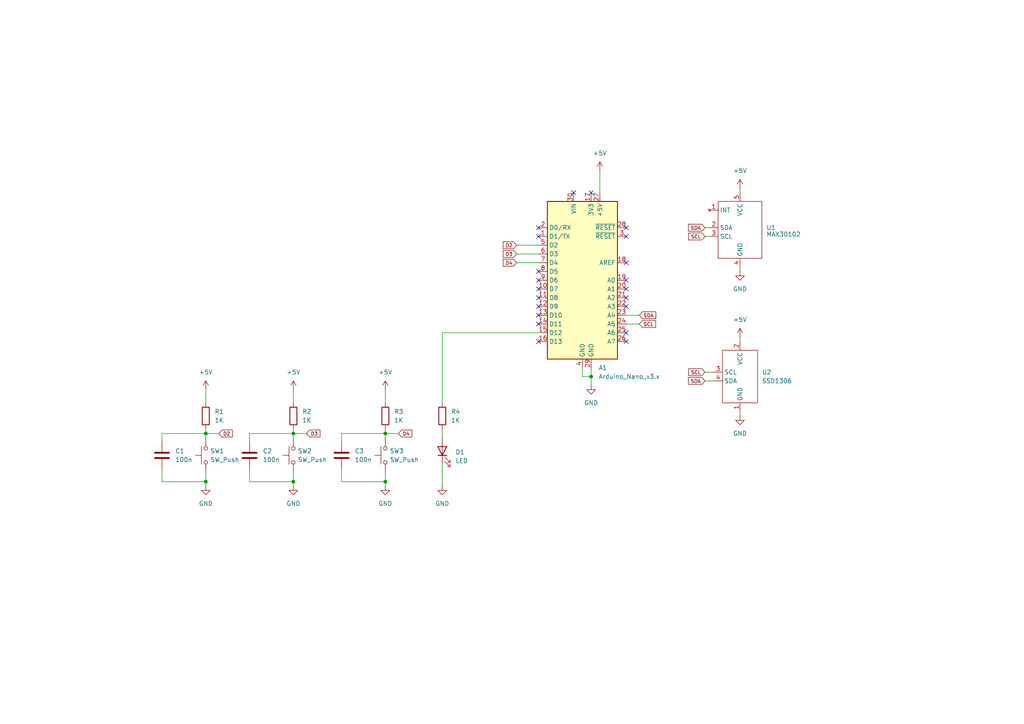
<source format=kicad_sch>
(kicad_sch
	(version 20250114)
	(generator "eeschema")
	(generator_version "9.0")
	(uuid "184d48c8-bdab-41e1-81fd-8b4320b93a81")
	(paper "A4")
	(title_block
		(title "Arduino Nano")
	)
	(lib_symbols
		(symbol "Device:C"
			(pin_numbers
				(hide yes)
			)
			(pin_names
				(offset 0.254)
			)
			(exclude_from_sim no)
			(in_bom yes)
			(on_board yes)
			(property "Reference" "C"
				(at 0.635 2.54 0)
				(effects
					(font
						(size 1.27 1.27)
					)
					(justify left)
				)
			)
			(property "Value" "C"
				(at 0.635 -2.54 0)
				(effects
					(font
						(size 1.27 1.27)
					)
					(justify left)
				)
			)
			(property "Footprint" ""
				(at 0.9652 -3.81 0)
				(effects
					(font
						(size 1.27 1.27)
					)
					(hide yes)
				)
			)
			(property "Datasheet" "~"
				(at 0 0 0)
				(effects
					(font
						(size 1.27 1.27)
					)
					(hide yes)
				)
			)
			(property "Description" "Unpolarized capacitor"
				(at 0 0 0)
				(effects
					(font
						(size 1.27 1.27)
					)
					(hide yes)
				)
			)
			(property "ki_keywords" "cap capacitor"
				(at 0 0 0)
				(effects
					(font
						(size 1.27 1.27)
					)
					(hide yes)
				)
			)
			(property "ki_fp_filters" "C_*"
				(at 0 0 0)
				(effects
					(font
						(size 1.27 1.27)
					)
					(hide yes)
				)
			)
			(symbol "C_0_1"
				(polyline
					(pts
						(xy -2.032 0.762) (xy 2.032 0.762)
					)
					(stroke
						(width 0.508)
						(type default)
					)
					(fill
						(type none)
					)
				)
				(polyline
					(pts
						(xy -2.032 -0.762) (xy 2.032 -0.762)
					)
					(stroke
						(width 0.508)
						(type default)
					)
					(fill
						(type none)
					)
				)
			)
			(symbol "C_1_1"
				(pin passive line
					(at 0 3.81 270)
					(length 2.794)
					(name "~"
						(effects
							(font
								(size 1.27 1.27)
							)
						)
					)
					(number "1"
						(effects
							(font
								(size 1.27 1.27)
							)
						)
					)
				)
				(pin passive line
					(at 0 -3.81 90)
					(length 2.794)
					(name "~"
						(effects
							(font
								(size 1.27 1.27)
							)
						)
					)
					(number "2"
						(effects
							(font
								(size 1.27 1.27)
							)
						)
					)
				)
			)
			(embedded_fonts no)
		)
		(symbol "Device:LED"
			(pin_numbers
				(hide yes)
			)
			(pin_names
				(offset 1.016)
				(hide yes)
			)
			(exclude_from_sim no)
			(in_bom yes)
			(on_board yes)
			(property "Reference" "D"
				(at 0 2.54 0)
				(effects
					(font
						(size 1.27 1.27)
					)
				)
			)
			(property "Value" "LED"
				(at 0 -2.54 0)
				(effects
					(font
						(size 1.27 1.27)
					)
				)
			)
			(property "Footprint" ""
				(at 0 0 0)
				(effects
					(font
						(size 1.27 1.27)
					)
					(hide yes)
				)
			)
			(property "Datasheet" "~"
				(at 0 0 0)
				(effects
					(font
						(size 1.27 1.27)
					)
					(hide yes)
				)
			)
			(property "Description" "Light emitting diode"
				(at 0 0 0)
				(effects
					(font
						(size 1.27 1.27)
					)
					(hide yes)
				)
			)
			(property "Sim.Pins" "1=K 2=A"
				(at 0 0 0)
				(effects
					(font
						(size 1.27 1.27)
					)
					(hide yes)
				)
			)
			(property "ki_keywords" "LED diode"
				(at 0 0 0)
				(effects
					(font
						(size 1.27 1.27)
					)
					(hide yes)
				)
			)
			(property "ki_fp_filters" "LED* LED_SMD:* LED_THT:*"
				(at 0 0 0)
				(effects
					(font
						(size 1.27 1.27)
					)
					(hide yes)
				)
			)
			(symbol "LED_0_1"
				(polyline
					(pts
						(xy -3.048 -0.762) (xy -4.572 -2.286) (xy -3.81 -2.286) (xy -4.572 -2.286) (xy -4.572 -1.524)
					)
					(stroke
						(width 0)
						(type default)
					)
					(fill
						(type none)
					)
				)
				(polyline
					(pts
						(xy -1.778 -0.762) (xy -3.302 -2.286) (xy -2.54 -2.286) (xy -3.302 -2.286) (xy -3.302 -1.524)
					)
					(stroke
						(width 0)
						(type default)
					)
					(fill
						(type none)
					)
				)
				(polyline
					(pts
						(xy -1.27 0) (xy 1.27 0)
					)
					(stroke
						(width 0)
						(type default)
					)
					(fill
						(type none)
					)
				)
				(polyline
					(pts
						(xy -1.27 -1.27) (xy -1.27 1.27)
					)
					(stroke
						(width 0.254)
						(type default)
					)
					(fill
						(type none)
					)
				)
				(polyline
					(pts
						(xy 1.27 -1.27) (xy 1.27 1.27) (xy -1.27 0) (xy 1.27 -1.27)
					)
					(stroke
						(width 0.254)
						(type default)
					)
					(fill
						(type none)
					)
				)
			)
			(symbol "LED_1_1"
				(pin passive line
					(at -3.81 0 0)
					(length 2.54)
					(name "K"
						(effects
							(font
								(size 1.27 1.27)
							)
						)
					)
					(number "1"
						(effects
							(font
								(size 1.27 1.27)
							)
						)
					)
				)
				(pin passive line
					(at 3.81 0 180)
					(length 2.54)
					(name "A"
						(effects
							(font
								(size 1.27 1.27)
							)
						)
					)
					(number "2"
						(effects
							(font
								(size 1.27 1.27)
							)
						)
					)
				)
			)
			(embedded_fonts no)
		)
		(symbol "Device:R"
			(pin_numbers
				(hide yes)
			)
			(pin_names
				(offset 0)
			)
			(exclude_from_sim no)
			(in_bom yes)
			(on_board yes)
			(property "Reference" "R"
				(at 2.032 0 90)
				(effects
					(font
						(size 1.27 1.27)
					)
				)
			)
			(property "Value" "R"
				(at 0 0 90)
				(effects
					(font
						(size 1.27 1.27)
					)
				)
			)
			(property "Footprint" ""
				(at -1.778 0 90)
				(effects
					(font
						(size 1.27 1.27)
					)
					(hide yes)
				)
			)
			(property "Datasheet" "~"
				(at 0 0 0)
				(effects
					(font
						(size 1.27 1.27)
					)
					(hide yes)
				)
			)
			(property "Description" "Resistor"
				(at 0 0 0)
				(effects
					(font
						(size 1.27 1.27)
					)
					(hide yes)
				)
			)
			(property "ki_keywords" "R res resistor"
				(at 0 0 0)
				(effects
					(font
						(size 1.27 1.27)
					)
					(hide yes)
				)
			)
			(property "ki_fp_filters" "R_*"
				(at 0 0 0)
				(effects
					(font
						(size 1.27 1.27)
					)
					(hide yes)
				)
			)
			(symbol "R_0_1"
				(rectangle
					(start -1.016 -2.54)
					(end 1.016 2.54)
					(stroke
						(width 0.254)
						(type default)
					)
					(fill
						(type none)
					)
				)
			)
			(symbol "R_1_1"
				(pin passive line
					(at 0 3.81 270)
					(length 1.27)
					(name "~"
						(effects
							(font
								(size 1.27 1.27)
							)
						)
					)
					(number "1"
						(effects
							(font
								(size 1.27 1.27)
							)
						)
					)
				)
				(pin passive line
					(at 0 -3.81 90)
					(length 1.27)
					(name "~"
						(effects
							(font
								(size 1.27 1.27)
							)
						)
					)
					(number "2"
						(effects
							(font
								(size 1.27 1.27)
							)
						)
					)
				)
			)
			(embedded_fonts no)
		)
		(symbol "MCU_Module:Arduino_Nano_v3.x"
			(exclude_from_sim no)
			(in_bom yes)
			(on_board yes)
			(property "Reference" "A"
				(at -10.16 23.495 0)
				(effects
					(font
						(size 1.27 1.27)
					)
					(justify left bottom)
				)
			)
			(property "Value" "Arduino_Nano_v3.x"
				(at 5.08 -24.13 0)
				(effects
					(font
						(size 1.27 1.27)
					)
					(justify left top)
				)
			)
			(property "Footprint" "Module:Arduino_Nano"
				(at 0 0 0)
				(effects
					(font
						(size 1.27 1.27)
						(italic yes)
					)
					(hide yes)
				)
			)
			(property "Datasheet" "http://www.mouser.com/pdfdocs/Gravitech_Arduino_Nano3_0.pdf"
				(at 0 0 0)
				(effects
					(font
						(size 1.27 1.27)
					)
					(hide yes)
				)
			)
			(property "Description" "Arduino Nano v3.x"
				(at 0 0 0)
				(effects
					(font
						(size 1.27 1.27)
					)
					(hide yes)
				)
			)
			(property "ki_keywords" "Arduino nano microcontroller module USB"
				(at 0 0 0)
				(effects
					(font
						(size 1.27 1.27)
					)
					(hide yes)
				)
			)
			(property "ki_fp_filters" "Arduino*Nano*"
				(at 0 0 0)
				(effects
					(font
						(size 1.27 1.27)
					)
					(hide yes)
				)
			)
			(symbol "Arduino_Nano_v3.x_0_1"
				(rectangle
					(start -10.16 22.86)
					(end 10.16 -22.86)
					(stroke
						(width 0.254)
						(type default)
					)
					(fill
						(type background)
					)
				)
			)
			(symbol "Arduino_Nano_v3.x_1_1"
				(pin bidirectional line
					(at -12.7 15.24 0)
					(length 2.54)
					(name "D0/RX"
						(effects
							(font
								(size 1.27 1.27)
							)
						)
					)
					(number "2"
						(effects
							(font
								(size 1.27 1.27)
							)
						)
					)
				)
				(pin bidirectional line
					(at -12.7 12.7 0)
					(length 2.54)
					(name "D1/TX"
						(effects
							(font
								(size 1.27 1.27)
							)
						)
					)
					(number "1"
						(effects
							(font
								(size 1.27 1.27)
							)
						)
					)
				)
				(pin bidirectional line
					(at -12.7 10.16 0)
					(length 2.54)
					(name "D2"
						(effects
							(font
								(size 1.27 1.27)
							)
						)
					)
					(number "5"
						(effects
							(font
								(size 1.27 1.27)
							)
						)
					)
				)
				(pin bidirectional line
					(at -12.7 7.62 0)
					(length 2.54)
					(name "D3"
						(effects
							(font
								(size 1.27 1.27)
							)
						)
					)
					(number "6"
						(effects
							(font
								(size 1.27 1.27)
							)
						)
					)
				)
				(pin bidirectional line
					(at -12.7 5.08 0)
					(length 2.54)
					(name "D4"
						(effects
							(font
								(size 1.27 1.27)
							)
						)
					)
					(number "7"
						(effects
							(font
								(size 1.27 1.27)
							)
						)
					)
				)
				(pin bidirectional line
					(at -12.7 2.54 0)
					(length 2.54)
					(name "D5"
						(effects
							(font
								(size 1.27 1.27)
							)
						)
					)
					(number "8"
						(effects
							(font
								(size 1.27 1.27)
							)
						)
					)
				)
				(pin bidirectional line
					(at -12.7 0 0)
					(length 2.54)
					(name "D6"
						(effects
							(font
								(size 1.27 1.27)
							)
						)
					)
					(number "9"
						(effects
							(font
								(size 1.27 1.27)
							)
						)
					)
				)
				(pin bidirectional line
					(at -12.7 -2.54 0)
					(length 2.54)
					(name "D7"
						(effects
							(font
								(size 1.27 1.27)
							)
						)
					)
					(number "10"
						(effects
							(font
								(size 1.27 1.27)
							)
						)
					)
				)
				(pin bidirectional line
					(at -12.7 -5.08 0)
					(length 2.54)
					(name "D8"
						(effects
							(font
								(size 1.27 1.27)
							)
						)
					)
					(number "11"
						(effects
							(font
								(size 1.27 1.27)
							)
						)
					)
				)
				(pin bidirectional line
					(at -12.7 -7.62 0)
					(length 2.54)
					(name "D9"
						(effects
							(font
								(size 1.27 1.27)
							)
						)
					)
					(number "12"
						(effects
							(font
								(size 1.27 1.27)
							)
						)
					)
				)
				(pin bidirectional line
					(at -12.7 -10.16 0)
					(length 2.54)
					(name "D10"
						(effects
							(font
								(size 1.27 1.27)
							)
						)
					)
					(number "13"
						(effects
							(font
								(size 1.27 1.27)
							)
						)
					)
				)
				(pin bidirectional line
					(at -12.7 -12.7 0)
					(length 2.54)
					(name "D11"
						(effects
							(font
								(size 1.27 1.27)
							)
						)
					)
					(number "14"
						(effects
							(font
								(size 1.27 1.27)
							)
						)
					)
				)
				(pin bidirectional line
					(at -12.7 -15.24 0)
					(length 2.54)
					(name "D12"
						(effects
							(font
								(size 1.27 1.27)
							)
						)
					)
					(number "15"
						(effects
							(font
								(size 1.27 1.27)
							)
						)
					)
				)
				(pin bidirectional line
					(at -12.7 -17.78 0)
					(length 2.54)
					(name "D13"
						(effects
							(font
								(size 1.27 1.27)
							)
						)
					)
					(number "16"
						(effects
							(font
								(size 1.27 1.27)
							)
						)
					)
				)
				(pin power_in line
					(at -2.54 25.4 270)
					(length 2.54)
					(name "VIN"
						(effects
							(font
								(size 1.27 1.27)
							)
						)
					)
					(number "30"
						(effects
							(font
								(size 1.27 1.27)
							)
						)
					)
				)
				(pin power_in line
					(at 0 -25.4 90)
					(length 2.54)
					(name "GND"
						(effects
							(font
								(size 1.27 1.27)
							)
						)
					)
					(number "4"
						(effects
							(font
								(size 1.27 1.27)
							)
						)
					)
				)
				(pin power_out line
					(at 2.54 25.4 270)
					(length 2.54)
					(name "3V3"
						(effects
							(font
								(size 1.27 1.27)
							)
						)
					)
					(number "17"
						(effects
							(font
								(size 1.27 1.27)
							)
						)
					)
				)
				(pin power_in line
					(at 2.54 -25.4 90)
					(length 2.54)
					(name "GND"
						(effects
							(font
								(size 1.27 1.27)
							)
						)
					)
					(number "29"
						(effects
							(font
								(size 1.27 1.27)
							)
						)
					)
				)
				(pin power_out line
					(at 5.08 25.4 270)
					(length 2.54)
					(name "+5V"
						(effects
							(font
								(size 1.27 1.27)
							)
						)
					)
					(number "27"
						(effects
							(font
								(size 1.27 1.27)
							)
						)
					)
				)
				(pin input line
					(at 12.7 15.24 180)
					(length 2.54)
					(name "~{RESET}"
						(effects
							(font
								(size 1.27 1.27)
							)
						)
					)
					(number "28"
						(effects
							(font
								(size 1.27 1.27)
							)
						)
					)
				)
				(pin input line
					(at 12.7 12.7 180)
					(length 2.54)
					(name "~{RESET}"
						(effects
							(font
								(size 1.27 1.27)
							)
						)
					)
					(number "3"
						(effects
							(font
								(size 1.27 1.27)
							)
						)
					)
				)
				(pin input line
					(at 12.7 5.08 180)
					(length 2.54)
					(name "AREF"
						(effects
							(font
								(size 1.27 1.27)
							)
						)
					)
					(number "18"
						(effects
							(font
								(size 1.27 1.27)
							)
						)
					)
				)
				(pin bidirectional line
					(at 12.7 0 180)
					(length 2.54)
					(name "A0"
						(effects
							(font
								(size 1.27 1.27)
							)
						)
					)
					(number "19"
						(effects
							(font
								(size 1.27 1.27)
							)
						)
					)
				)
				(pin bidirectional line
					(at 12.7 -2.54 180)
					(length 2.54)
					(name "A1"
						(effects
							(font
								(size 1.27 1.27)
							)
						)
					)
					(number "20"
						(effects
							(font
								(size 1.27 1.27)
							)
						)
					)
				)
				(pin bidirectional line
					(at 12.7 -5.08 180)
					(length 2.54)
					(name "A2"
						(effects
							(font
								(size 1.27 1.27)
							)
						)
					)
					(number "21"
						(effects
							(font
								(size 1.27 1.27)
							)
						)
					)
				)
				(pin bidirectional line
					(at 12.7 -7.62 180)
					(length 2.54)
					(name "A3"
						(effects
							(font
								(size 1.27 1.27)
							)
						)
					)
					(number "22"
						(effects
							(font
								(size 1.27 1.27)
							)
						)
					)
				)
				(pin bidirectional line
					(at 12.7 -10.16 180)
					(length 2.54)
					(name "A4"
						(effects
							(font
								(size 1.27 1.27)
							)
						)
					)
					(number "23"
						(effects
							(font
								(size 1.27 1.27)
							)
						)
					)
				)
				(pin bidirectional line
					(at 12.7 -12.7 180)
					(length 2.54)
					(name "A5"
						(effects
							(font
								(size 1.27 1.27)
							)
						)
					)
					(number "24"
						(effects
							(font
								(size 1.27 1.27)
							)
						)
					)
				)
				(pin bidirectional line
					(at 12.7 -15.24 180)
					(length 2.54)
					(name "A6"
						(effects
							(font
								(size 1.27 1.27)
							)
						)
					)
					(number "25"
						(effects
							(font
								(size 1.27 1.27)
							)
						)
					)
				)
				(pin bidirectional line
					(at 12.7 -17.78 180)
					(length 2.54)
					(name "A7"
						(effects
							(font
								(size 1.27 1.27)
							)
						)
					)
					(number "26"
						(effects
							(font
								(size 1.27 1.27)
							)
						)
					)
				)
			)
			(embedded_fonts no)
		)
		(symbol "Switch:SW_Push"
			(pin_numbers
				(hide yes)
			)
			(pin_names
				(offset 1.016)
				(hide yes)
			)
			(exclude_from_sim no)
			(in_bom yes)
			(on_board yes)
			(property "Reference" "SW"
				(at 1.27 2.54 0)
				(effects
					(font
						(size 1.27 1.27)
					)
					(justify left)
				)
			)
			(property "Value" "SW_Push"
				(at 0 -1.524 0)
				(effects
					(font
						(size 1.27 1.27)
					)
				)
			)
			(property "Footprint" ""
				(at 0 5.08 0)
				(effects
					(font
						(size 1.27 1.27)
					)
					(hide yes)
				)
			)
			(property "Datasheet" "~"
				(at 0 5.08 0)
				(effects
					(font
						(size 1.27 1.27)
					)
					(hide yes)
				)
			)
			(property "Description" "Push button switch, generic, two pins"
				(at 0 0 0)
				(effects
					(font
						(size 1.27 1.27)
					)
					(hide yes)
				)
			)
			(property "ki_keywords" "switch normally-open pushbutton push-button"
				(at 0 0 0)
				(effects
					(font
						(size 1.27 1.27)
					)
					(hide yes)
				)
			)
			(symbol "SW_Push_0_1"
				(circle
					(center -2.032 0)
					(radius 0.508)
					(stroke
						(width 0)
						(type default)
					)
					(fill
						(type none)
					)
				)
				(polyline
					(pts
						(xy 0 1.27) (xy 0 3.048)
					)
					(stroke
						(width 0)
						(type default)
					)
					(fill
						(type none)
					)
				)
				(circle
					(center 2.032 0)
					(radius 0.508)
					(stroke
						(width 0)
						(type default)
					)
					(fill
						(type none)
					)
				)
				(polyline
					(pts
						(xy 2.54 1.27) (xy -2.54 1.27)
					)
					(stroke
						(width 0)
						(type default)
					)
					(fill
						(type none)
					)
				)
				(pin passive line
					(at -5.08 0 0)
					(length 2.54)
					(name "1"
						(effects
							(font
								(size 1.27 1.27)
							)
						)
					)
					(number "1"
						(effects
							(font
								(size 1.27 1.27)
							)
						)
					)
				)
				(pin passive line
					(at 5.08 0 180)
					(length 2.54)
					(name "2"
						(effects
							(font
								(size 1.27 1.27)
							)
						)
					)
					(number "2"
						(effects
							(font
								(size 1.27 1.27)
							)
						)
					)
				)
			)
			(embedded_fonts no)
		)
		(symbol "power:+5V"
			(power)
			(pin_numbers
				(hide yes)
			)
			(pin_names
				(offset 0)
				(hide yes)
			)
			(exclude_from_sim no)
			(in_bom yes)
			(on_board yes)
			(property "Reference" "#PWR"
				(at 0 -3.81 0)
				(effects
					(font
						(size 1.27 1.27)
					)
					(hide yes)
				)
			)
			(property "Value" "+5V"
				(at 0 3.556 0)
				(effects
					(font
						(size 1.27 1.27)
					)
				)
			)
			(property "Footprint" ""
				(at 0 0 0)
				(effects
					(font
						(size 1.27 1.27)
					)
					(hide yes)
				)
			)
			(property "Datasheet" ""
				(at 0 0 0)
				(effects
					(font
						(size 1.27 1.27)
					)
					(hide yes)
				)
			)
			(property "Description" "Power symbol creates a global label with name \"+5V\""
				(at 0 0 0)
				(effects
					(font
						(size 1.27 1.27)
					)
					(hide yes)
				)
			)
			(property "ki_keywords" "global power"
				(at 0 0 0)
				(effects
					(font
						(size 1.27 1.27)
					)
					(hide yes)
				)
			)
			(symbol "+5V_0_1"
				(polyline
					(pts
						(xy -0.762 1.27) (xy 0 2.54)
					)
					(stroke
						(width 0)
						(type default)
					)
					(fill
						(type none)
					)
				)
				(polyline
					(pts
						(xy 0 2.54) (xy 0.762 1.27)
					)
					(stroke
						(width 0)
						(type default)
					)
					(fill
						(type none)
					)
				)
				(polyline
					(pts
						(xy 0 0) (xy 0 2.54)
					)
					(stroke
						(width 0)
						(type default)
					)
					(fill
						(type none)
					)
				)
			)
			(symbol "+5V_1_1"
				(pin power_in line
					(at 0 0 90)
					(length 0)
					(name "~"
						(effects
							(font
								(size 1.27 1.27)
							)
						)
					)
					(number "1"
						(effects
							(font
								(size 1.27 1.27)
							)
						)
					)
				)
			)
			(embedded_fonts no)
		)
		(symbol "power:GND"
			(power)
			(pin_numbers
				(hide yes)
			)
			(pin_names
				(offset 0)
				(hide yes)
			)
			(exclude_from_sim no)
			(in_bom yes)
			(on_board yes)
			(property "Reference" "#PWR"
				(at 0 -6.35 0)
				(effects
					(font
						(size 1.27 1.27)
					)
					(hide yes)
				)
			)
			(property "Value" "GND"
				(at 0 -3.81 0)
				(effects
					(font
						(size 1.27 1.27)
					)
				)
			)
			(property "Footprint" ""
				(at 0 0 0)
				(effects
					(font
						(size 1.27 1.27)
					)
					(hide yes)
				)
			)
			(property "Datasheet" ""
				(at 0 0 0)
				(effects
					(font
						(size 1.27 1.27)
					)
					(hide yes)
				)
			)
			(property "Description" "Power symbol creates a global label with name \"GND\" , ground"
				(at 0 0 0)
				(effects
					(font
						(size 1.27 1.27)
					)
					(hide yes)
				)
			)
			(property "ki_keywords" "global power"
				(at 0 0 0)
				(effects
					(font
						(size 1.27 1.27)
					)
					(hide yes)
				)
			)
			(symbol "GND_0_1"
				(polyline
					(pts
						(xy 0 0) (xy 0 -1.27) (xy 1.27 -1.27) (xy 0 -2.54) (xy -1.27 -1.27) (xy 0 -1.27)
					)
					(stroke
						(width 0)
						(type default)
					)
					(fill
						(type none)
					)
				)
			)
			(symbol "GND_1_1"
				(pin power_in line
					(at 0 0 270)
					(length 0)
					(name "~"
						(effects
							(font
								(size 1.27 1.27)
							)
						)
					)
					(number "1"
						(effects
							(font
								(size 1.27 1.27)
							)
						)
					)
				)
			)
			(embedded_fonts no)
		)
		(symbol "spo2_stuff:MAX30102_Module"
			(exclude_from_sim no)
			(in_bom yes)
			(on_board yes)
			(property "Reference" "U"
				(at 0 0 0)
				(effects
					(font
						(size 1.27 1.27)
					)
				)
			)
			(property "Value" "MAX30102"
				(at 11.938 0 0)
				(effects
					(font
						(size 1.27 1.27)
					)
				)
			)
			(property "Footprint" ""
				(at 0 0 0)
				(effects
					(font
						(size 1.27 1.27)
					)
					(hide yes)
				)
			)
			(property "Datasheet" ""
				(at 0 0 0)
				(effects
					(font
						(size 1.27 1.27)
					)
					(hide yes)
				)
			)
			(property "Description" ""
				(at 0 0 0)
				(effects
					(font
						(size 1.27 1.27)
					)
					(hide yes)
				)
			)
			(symbol "MAX30102_Module_0_1"
				(rectangle
					(start -6.35 7.62)
					(end 6.35 -8.89)
					(stroke
						(width 0)
						(type default)
					)
					(fill
						(type none)
					)
				)
			)
			(symbol "MAX30102_Module_1_1"
				(pin no_connect line
					(at -8.89 5.08 0)
					(length 2.54)
					(name "INT"
						(effects
							(font
								(size 1.27 1.27)
							)
						)
					)
					(number "1"
						(effects
							(font
								(size 1.27 1.27)
							)
						)
					)
				)
				(pin bidirectional line
					(at -8.89 0 0)
					(length 2.54)
					(name "SDA"
						(effects
							(font
								(size 1.27 1.27)
							)
						)
					)
					(number "2"
						(effects
							(font
								(size 1.27 1.27)
							)
						)
					)
				)
				(pin input line
					(at -8.89 -2.54 0)
					(length 2.54)
					(name "SCL"
						(effects
							(font
								(size 1.27 1.27)
							)
						)
					)
					(number "3"
						(effects
							(font
								(size 1.27 1.27)
							)
						)
					)
				)
				(pin power_in line
					(at 0 10.16 270)
					(length 2.54)
					(name "VCC"
						(effects
							(font
								(size 1.27 1.27)
							)
						)
					)
					(number "5"
						(effects
							(font
								(size 1.27 1.27)
							)
						)
					)
				)
				(pin power_in line
					(at 0 -11.43 90)
					(length 2.54)
					(name "GND"
						(effects
							(font
								(size 1.27 1.27)
							)
						)
					)
					(number "4"
						(effects
							(font
								(size 1.27 1.27)
							)
						)
					)
				)
			)
			(embedded_fonts no)
		)
		(symbol "spo2_stuff:SSD1306"
			(exclude_from_sim no)
			(in_bom yes)
			(on_board yes)
			(property "Reference" "U"
				(at 0 0 0)
				(effects
					(font
						(size 1.27 1.27)
					)
				)
			)
			(property "Value" "SSD1306"
				(at 10.668 0 0)
				(effects
					(font
						(size 1.27 1.27)
					)
				)
			)
			(property "Footprint" ""
				(at 0 0 0)
				(effects
					(font
						(size 1.27 1.27)
					)
					(hide yes)
				)
			)
			(property "Datasheet" ""
				(at 0 0 0)
				(effects
					(font
						(size 1.27 1.27)
					)
					(hide yes)
				)
			)
			(property "Description" ""
				(at 0 0 0)
				(effects
					(font
						(size 1.27 1.27)
					)
					(hide yes)
				)
			)
			(symbol "SSD1306_0_1"
				(rectangle
					(start -5.08 7.62)
					(end 5.08 -7.62)
					(stroke
						(width 0)
						(type default)
					)
					(fill
						(type none)
					)
				)
			)
			(symbol "SSD1306_1_1"
				(pin input line
					(at -7.62 1.27 0)
					(length 2.54)
					(name "SCL"
						(effects
							(font
								(size 1.27 1.27)
							)
						)
					)
					(number "3"
						(effects
							(font
								(size 1.27 1.27)
							)
						)
					)
				)
				(pin bidirectional line
					(at -7.62 -1.27 0)
					(length 2.54)
					(name "SDA"
						(effects
							(font
								(size 1.27 1.27)
							)
						)
					)
					(number "4"
						(effects
							(font
								(size 1.27 1.27)
							)
						)
					)
				)
				(pin power_in line
					(at 0 10.16 270)
					(length 2.54)
					(name "VCC"
						(effects
							(font
								(size 1.27 1.27)
							)
						)
					)
					(number "2"
						(effects
							(font
								(size 1.27 1.27)
							)
						)
					)
				)
				(pin power_in line
					(at 0 -10.16 90)
					(length 2.54)
					(name "GND"
						(effects
							(font
								(size 1.27 1.27)
							)
						)
					)
					(number "1"
						(effects
							(font
								(size 1.27 1.27)
							)
						)
					)
				)
			)
			(embedded_fonts no)
		)
	)
	(junction
		(at 111.76 139.7)
		(diameter 0)
		(color 0 0 0 0)
		(uuid "05281390-9a3b-43aa-9101-57946f951d17")
	)
	(junction
		(at 111.76 125.73)
		(diameter 0)
		(color 0 0 0 0)
		(uuid "2669987f-804f-458d-9154-e807f80d78e0")
	)
	(junction
		(at 85.09 139.7)
		(diameter 0)
		(color 0 0 0 0)
		(uuid "27eaf429-4f66-411f-966b-a6b62eab30de")
	)
	(junction
		(at 85.09 125.73)
		(diameter 0)
		(color 0 0 0 0)
		(uuid "34e9137c-6b92-4176-a2e0-9a37ba591573")
	)
	(junction
		(at 59.69 125.73)
		(diameter 0)
		(color 0 0 0 0)
		(uuid "3eeed53d-dd36-474c-ae78-dbe9c3932c33")
	)
	(junction
		(at 59.69 139.7)
		(diameter 0)
		(color 0 0 0 0)
		(uuid "99b7fd96-3a81-4cd1-b44d-c9528c0c7430")
	)
	(junction
		(at 171.45 109.22)
		(diameter 0)
		(color 0 0 0 0)
		(uuid "b00dc703-f5f1-4332-bbcd-021a925fd30d")
	)
	(no_connect
		(at 181.61 88.9)
		(uuid "04844aba-aa4a-4d30-a72f-66697f9c9483")
	)
	(no_connect
		(at 156.21 91.44)
		(uuid "05076aac-cd0b-4f07-9bc9-b745e4af98c1")
	)
	(no_connect
		(at 181.61 76.2)
		(uuid "0ede365c-3b62-409f-8c7b-11d7e8b42162")
	)
	(no_connect
		(at 181.61 66.04)
		(uuid "0f585a9b-c13d-40ae-a794-cf40b751cca7")
	)
	(no_connect
		(at 156.21 88.9)
		(uuid "2a32069b-0ad5-4eaa-9d39-b3a19e7e8b6c")
	)
	(no_connect
		(at 181.61 96.52)
		(uuid "2c2aec04-3f71-44a7-906d-9ad06dc248a3")
	)
	(no_connect
		(at 181.61 99.06)
		(uuid "3449f49b-7f3b-4693-9a96-e1345603d721")
	)
	(no_connect
		(at 156.21 93.98)
		(uuid "525e0a8c-f937-45d2-b270-b39399341c22")
	)
	(no_connect
		(at 156.21 99.06)
		(uuid "57959d11-2774-4e94-ba02-b5ddbd13388d")
	)
	(no_connect
		(at 156.21 66.04)
		(uuid "66fa416c-3576-493e-bcab-3d55c83be5a7")
	)
	(no_connect
		(at 171.45 55.88)
		(uuid "918355a5-7f29-469f-8afd-74d7ad2a8e1c")
	)
	(no_connect
		(at 181.61 81.28)
		(uuid "91c4b430-ac9f-4a3e-9d07-96b1aeed8f08")
	)
	(no_connect
		(at 181.61 86.36)
		(uuid "a776801a-4000-4f8d-8f69-3901f307ebfa")
	)
	(no_connect
		(at 156.21 78.74)
		(uuid "b6502791-5bba-4b93-a331-e4d991153a00")
	)
	(no_connect
		(at 181.61 68.58)
		(uuid "beb273a3-637c-4bd6-972d-386d57048e4d")
	)
	(no_connect
		(at 166.37 55.88)
		(uuid "c8055b82-bc41-4600-b425-ade331e399c5")
	)
	(no_connect
		(at 181.61 83.82)
		(uuid "e03f1676-3af9-4970-b5d5-f3ca9a4f1881")
	)
	(no_connect
		(at 156.21 86.36)
		(uuid "e32833cc-151e-4b9a-a571-070b1e64841a")
	)
	(no_connect
		(at 156.21 81.28)
		(uuid "f2baa144-ff54-4c77-86c0-bb48ecd765d5")
	)
	(no_connect
		(at 156.21 83.82)
		(uuid "f545a60f-6b77-44c7-86db-f43e00dc4afb")
	)
	(no_connect
		(at 156.21 68.58)
		(uuid "fbbc1911-281e-4b78-9eb7-3de6237281c6")
	)
	(wire
		(pts
			(xy 214.63 119.38) (xy 214.63 120.65)
		)
		(stroke
			(width 0)
			(type default)
		)
		(uuid "019d0f36-72f8-4946-9a8b-f5d87907a287")
	)
	(wire
		(pts
			(xy 171.45 106.68) (xy 171.45 109.22)
		)
		(stroke
			(width 0)
			(type default)
		)
		(uuid "07126fac-090f-43d9-8b7a-66ef7a21857c")
	)
	(wire
		(pts
			(xy 111.76 125.73) (xy 111.76 127)
		)
		(stroke
			(width 0)
			(type default)
		)
		(uuid "09b4886d-5595-412a-a82e-a859630e8f6a")
	)
	(wire
		(pts
			(xy 181.61 93.98) (xy 185.42 93.98)
		)
		(stroke
			(width 0)
			(type default)
		)
		(uuid "09cb8699-96d9-4c67-bf22-615f11103440")
	)
	(wire
		(pts
			(xy 214.63 97.79) (xy 214.63 99.06)
		)
		(stroke
			(width 0)
			(type default)
		)
		(uuid "09f636b5-2491-430f-b9d3-8be5598ca9f0")
	)
	(wire
		(pts
			(xy 128.27 96.52) (xy 156.21 96.52)
		)
		(stroke
			(width 0)
			(type default)
		)
		(uuid "0b5053a8-1590-4723-9df0-d5e482260379")
	)
	(wire
		(pts
			(xy 85.09 125.73) (xy 85.09 127)
		)
		(stroke
			(width 0)
			(type default)
		)
		(uuid "1a06947a-ee6b-444a-9736-d30a54153421")
	)
	(wire
		(pts
			(xy 99.06 135.89) (xy 99.06 139.7)
		)
		(stroke
			(width 0)
			(type default)
		)
		(uuid "20dbe236-ea65-426c-aa60-d2e70450e2c8")
	)
	(wire
		(pts
			(xy 59.69 125.73) (xy 59.69 127)
		)
		(stroke
			(width 0)
			(type default)
		)
		(uuid "254403d7-e2bd-4095-ae4c-11d42101a18a")
	)
	(wire
		(pts
			(xy 181.61 91.44) (xy 185.42 91.44)
		)
		(stroke
			(width 0)
			(type default)
		)
		(uuid "32c18914-c8af-4fe2-8fcb-3577468a8864")
	)
	(wire
		(pts
			(xy 171.45 109.22) (xy 171.45 111.76)
		)
		(stroke
			(width 0)
			(type default)
		)
		(uuid "3544a610-4590-4fef-bb66-5b91722b4ea2")
	)
	(wire
		(pts
			(xy 128.27 124.46) (xy 128.27 127)
		)
		(stroke
			(width 0)
			(type default)
		)
		(uuid "3a24154f-22dc-4116-8f5a-f8f0428f021b")
	)
	(wire
		(pts
			(xy 85.09 139.7) (xy 85.09 140.97)
		)
		(stroke
			(width 0)
			(type default)
		)
		(uuid "3ab8774b-59cf-4965-85e7-c2e75217e287")
	)
	(wire
		(pts
			(xy 72.39 128.27) (xy 72.39 125.73)
		)
		(stroke
			(width 0)
			(type default)
		)
		(uuid "3af5fdfb-ec85-46f2-8e14-8fef4944d54e")
	)
	(wire
		(pts
			(xy 214.63 54.61) (xy 214.63 55.88)
		)
		(stroke
			(width 0)
			(type default)
		)
		(uuid "3d11d3c1-c661-4df4-a7af-92d81e121d64")
	)
	(wire
		(pts
			(xy 85.09 125.73) (xy 88.9 125.73)
		)
		(stroke
			(width 0)
			(type default)
		)
		(uuid "3fc06da7-04e4-43ba-886f-90af78689d22")
	)
	(wire
		(pts
			(xy 72.39 139.7) (xy 85.09 139.7)
		)
		(stroke
			(width 0)
			(type default)
		)
		(uuid "41d0e09a-354a-4ef8-a4ad-ecbed21d13d6")
	)
	(wire
		(pts
			(xy 59.69 125.73) (xy 63.5 125.73)
		)
		(stroke
			(width 0)
			(type default)
		)
		(uuid "487f226a-6749-4126-ac2a-49bf435def84")
	)
	(wire
		(pts
			(xy 149.86 76.2) (xy 156.21 76.2)
		)
		(stroke
			(width 0)
			(type default)
		)
		(uuid "4f5530da-05ac-4571-85d0-eb4bb7e487f5")
	)
	(wire
		(pts
			(xy 149.86 73.66) (xy 156.21 73.66)
		)
		(stroke
			(width 0)
			(type default)
		)
		(uuid "50d36849-4463-48e5-954c-8a2d21cc9254")
	)
	(wire
		(pts
			(xy 85.09 137.16) (xy 85.09 139.7)
		)
		(stroke
			(width 0)
			(type default)
		)
		(uuid "5134d9da-062b-4bae-9908-b325c4937b4b")
	)
	(wire
		(pts
			(xy 59.69 137.16) (xy 59.69 139.7)
		)
		(stroke
			(width 0)
			(type default)
		)
		(uuid "5343d14e-709f-4e13-9e65-d24881152fed")
	)
	(wire
		(pts
			(xy 72.39 125.73) (xy 85.09 125.73)
		)
		(stroke
			(width 0)
			(type default)
		)
		(uuid "53e2bd5e-629d-4abf-92e6-ff27829855af")
	)
	(wire
		(pts
			(xy 46.99 139.7) (xy 59.69 139.7)
		)
		(stroke
			(width 0)
			(type default)
		)
		(uuid "6091230a-e8d9-41ff-8527-61d1d7eae437")
	)
	(wire
		(pts
			(xy 204.47 68.58) (xy 205.74 68.58)
		)
		(stroke
			(width 0)
			(type default)
		)
		(uuid "65e5c398-8c33-4397-b015-5c3fa832ed55")
	)
	(wire
		(pts
			(xy 59.69 113.03) (xy 59.69 116.84)
		)
		(stroke
			(width 0)
			(type default)
		)
		(uuid "7b666ad7-aa18-4ef1-b14e-8558652c5b61")
	)
	(wire
		(pts
			(xy 99.06 139.7) (xy 111.76 139.7)
		)
		(stroke
			(width 0)
			(type default)
		)
		(uuid "7c3b7dff-6c41-4333-88bb-00dfcbb68343")
	)
	(wire
		(pts
			(xy 46.99 125.73) (xy 59.69 125.73)
		)
		(stroke
			(width 0)
			(type default)
		)
		(uuid "7dc802e1-979a-4908-bd4a-95c4c90161a0")
	)
	(wire
		(pts
			(xy 111.76 113.03) (xy 111.76 116.84)
		)
		(stroke
			(width 0)
			(type default)
		)
		(uuid "97a17bf3-7092-4388-98b9-08e5e3778230")
	)
	(wire
		(pts
			(xy 111.76 125.73) (xy 115.57 125.73)
		)
		(stroke
			(width 0)
			(type default)
		)
		(uuid "9bc670b8-72ac-4654-9a6f-4feef191e5d3")
	)
	(wire
		(pts
			(xy 99.06 128.27) (xy 99.06 125.73)
		)
		(stroke
			(width 0)
			(type default)
		)
		(uuid "9c6059c6-0bbf-43ca-a103-771ebd24b39e")
	)
	(wire
		(pts
			(xy 214.63 77.47) (xy 214.63 78.74)
		)
		(stroke
			(width 0)
			(type default)
		)
		(uuid "9cd8216a-7bac-406b-add6-cecd4849b466")
	)
	(wire
		(pts
			(xy 173.99 49.53) (xy 173.99 55.88)
		)
		(stroke
			(width 0)
			(type default)
		)
		(uuid "a0017c8c-dd35-4bd9-aa91-8befe46193b5")
	)
	(wire
		(pts
			(xy 168.91 106.68) (xy 168.91 109.22)
		)
		(stroke
			(width 0)
			(type default)
		)
		(uuid "a5ada2f5-ce9d-4192-a0e0-632964f49c75")
	)
	(wire
		(pts
			(xy 204.47 110.49) (xy 207.01 110.49)
		)
		(stroke
			(width 0)
			(type default)
		)
		(uuid "aa484ef2-713a-4a2c-abb0-b468614b5fd4")
	)
	(wire
		(pts
			(xy 99.06 125.73) (xy 111.76 125.73)
		)
		(stroke
			(width 0)
			(type default)
		)
		(uuid "ac58fee1-7ab1-41c3-941f-6b4e4db5625f")
	)
	(wire
		(pts
			(xy 59.69 139.7) (xy 59.69 140.97)
		)
		(stroke
			(width 0)
			(type default)
		)
		(uuid "acba0cd0-b016-4e0d-ae26-cbe7fbafe3f5")
	)
	(wire
		(pts
			(xy 111.76 137.16) (xy 111.76 139.7)
		)
		(stroke
			(width 0)
			(type default)
		)
		(uuid "b6afef05-0d41-49ae-9483-e3bda4a011ca")
	)
	(wire
		(pts
			(xy 111.76 139.7) (xy 111.76 140.97)
		)
		(stroke
			(width 0)
			(type default)
		)
		(uuid "b8d9c12b-8807-4657-a0c3-7dec36482de0")
	)
	(wire
		(pts
			(xy 168.91 109.22) (xy 171.45 109.22)
		)
		(stroke
			(width 0)
			(type default)
		)
		(uuid "b95e5eff-5f1c-4ab8-aef8-77d2ee1ad3f2")
	)
	(wire
		(pts
			(xy 46.99 135.89) (xy 46.99 139.7)
		)
		(stroke
			(width 0)
			(type default)
		)
		(uuid "ba6bc35f-7c16-4f4f-95ee-6951047968a8")
	)
	(wire
		(pts
			(xy 59.69 124.46) (xy 59.69 125.73)
		)
		(stroke
			(width 0)
			(type default)
		)
		(uuid "be7ae07b-b375-4afb-901f-7bdb42abc110")
	)
	(wire
		(pts
			(xy 128.27 134.62) (xy 128.27 140.97)
		)
		(stroke
			(width 0)
			(type default)
		)
		(uuid "c5693ef1-be04-4039-b38d-9a6b86f7b038")
	)
	(wire
		(pts
			(xy 85.09 124.46) (xy 85.09 125.73)
		)
		(stroke
			(width 0)
			(type default)
		)
		(uuid "d0364089-58f2-4287-a638-a6d3e873d14a")
	)
	(wire
		(pts
			(xy 204.47 107.95) (xy 207.01 107.95)
		)
		(stroke
			(width 0)
			(type default)
		)
		(uuid "d51fa4ea-d3cd-472c-a026-3a18bdfc8a06")
	)
	(wire
		(pts
			(xy 72.39 135.89) (xy 72.39 139.7)
		)
		(stroke
			(width 0)
			(type default)
		)
		(uuid "d8aa6a74-148c-4b0e-bdec-2f8f9fac5e57")
	)
	(wire
		(pts
			(xy 46.99 128.27) (xy 46.99 125.73)
		)
		(stroke
			(width 0)
			(type default)
		)
		(uuid "e2d15c05-4165-463d-83c2-16253ef50205")
	)
	(wire
		(pts
			(xy 128.27 116.84) (xy 128.27 96.52)
		)
		(stroke
			(width 0)
			(type default)
		)
		(uuid "e57d78fb-60e5-4047-bcd5-1783c3514fd6")
	)
	(wire
		(pts
			(xy 85.09 113.03) (xy 85.09 116.84)
		)
		(stroke
			(width 0)
			(type default)
		)
		(uuid "e8305713-9f6e-4a1d-9a03-6bec415f1bf1")
	)
	(wire
		(pts
			(xy 204.47 66.04) (xy 205.74 66.04)
		)
		(stroke
			(width 0)
			(type default)
		)
		(uuid "ed52923a-48ea-4af2-92bd-c01a0f04c583")
	)
	(wire
		(pts
			(xy 111.76 124.46) (xy 111.76 125.73)
		)
		(stroke
			(width 0)
			(type default)
		)
		(uuid "f4004427-8d49-4651-b422-6f3a31905b6b")
	)
	(wire
		(pts
			(xy 149.86 71.12) (xy 156.21 71.12)
		)
		(stroke
			(width 0)
			(type default)
		)
		(uuid "f8078605-7553-41d8-84c0-d665eb75cfd4")
	)
	(global_label "D4"
		(shape input)
		(at 149.86 76.2 180)
		(fields_autoplaced yes)
		(effects
			(font
				(size 1.016 1.016)
			)
			(justify right)
		)
		(uuid "23e150f4-a290-4253-b1fe-254a62692f62")
		(property "Intersheetrefs" "${INTERSHEET_REFS}"
			(at 145.4885 76.2 0)
			(effects
				(font
					(size 1.27 1.27)
				)
				(justify right)
				(hide yes)
			)
		)
	)
	(global_label "D2"
		(shape input)
		(at 149.86 71.12 180)
		(fields_autoplaced yes)
		(effects
			(font
				(size 1.016 1.016)
			)
			(justify right)
		)
		(uuid "2e1c965d-eaca-4bf5-8a0a-ebb15e3f18f9")
		(property "Intersheetrefs" "${INTERSHEET_REFS}"
			(at 145.4885 71.12 0)
			(effects
				(font
					(size 1.27 1.27)
				)
				(justify right)
				(hide yes)
			)
		)
	)
	(global_label "SCL"
		(shape input)
		(at 204.47 68.58 180)
		(fields_autoplaced yes)
		(effects
			(font
				(size 1.016 1.016)
			)
			(justify right)
		)
		(uuid "4e198a58-dd3c-4c7d-8701-eb5174cfe8c2")
		(property "Intersheetrefs" "${INTERSHEET_REFS}"
			(at 199.276 68.58 0)
			(effects
				(font
					(size 1.27 1.27)
				)
				(justify right)
				(hide yes)
			)
		)
	)
	(global_label "SCL"
		(shape input)
		(at 204.47 107.95 180)
		(fields_autoplaced yes)
		(effects
			(font
				(size 1.016 1.016)
			)
			(justify right)
		)
		(uuid "52ef83f3-c95a-4480-adc5-4d01c732fbec")
		(property "Intersheetrefs" "${INTERSHEET_REFS}"
			(at 199.276 107.95 0)
			(effects
				(font
					(size 1.27 1.27)
				)
				(justify right)
				(hide yes)
			)
		)
	)
	(global_label "SCL"
		(shape input)
		(at 185.42 93.98 0)
		(fields_autoplaced yes)
		(effects
			(font
				(size 1.016 1.016)
			)
			(justify left)
		)
		(uuid "5ca29267-b96a-48fe-9f42-10b59300c438")
		(property "Intersheetrefs" "${INTERSHEET_REFS}"
			(at 190.614 93.98 0)
			(effects
				(font
					(size 1.27 1.27)
				)
				(justify left)
				(hide yes)
			)
		)
	)
	(global_label "D3"
		(shape input)
		(at 149.86 73.66 180)
		(fields_autoplaced yes)
		(effects
			(font
				(size 1.016 1.016)
			)
			(justify right)
		)
		(uuid "66df20fd-ae44-4737-a810-1bfc1961addc")
		(property "Intersheetrefs" "${INTERSHEET_REFS}"
			(at 145.4885 73.66 0)
			(effects
				(font
					(size 1.27 1.27)
				)
				(justify right)
				(hide yes)
			)
		)
	)
	(global_label "D4"
		(shape input)
		(at 115.57 125.73 0)
		(fields_autoplaced yes)
		(effects
			(font
				(size 1.016 1.016)
			)
			(justify left)
		)
		(uuid "6e20b0ff-17c1-4fef-8666-a2c64cc8081d")
		(property "Intersheetrefs" "${INTERSHEET_REFS}"
			(at 119.9415 125.73 0)
			(effects
				(font
					(size 1.27 1.27)
				)
				(justify left)
				(hide yes)
			)
		)
	)
	(global_label "SDA"
		(shape input)
		(at 185.42 91.44 0)
		(fields_autoplaced yes)
		(effects
			(font
				(size 1.016 1.016)
			)
			(justify left)
		)
		(uuid "816b9f4d-7249-4551-bd54-068cd0680f1e")
		(property "Intersheetrefs" "${INTERSHEET_REFS}"
			(at 190.6624 91.44 0)
			(effects
				(font
					(size 1.27 1.27)
				)
				(justify left)
				(hide yes)
			)
		)
	)
	(global_label "D3"
		(shape input)
		(at 88.9 125.73 0)
		(fields_autoplaced yes)
		(effects
			(font
				(size 1.016 1.016)
			)
			(justify left)
		)
		(uuid "8661cb28-5169-4106-9d45-663b45e6a070")
		(property "Intersheetrefs" "${INTERSHEET_REFS}"
			(at 93.2715 125.73 0)
			(effects
				(font
					(size 1.27 1.27)
				)
				(justify left)
				(hide yes)
			)
		)
	)
	(global_label "D2"
		(shape input)
		(at 63.5 125.73 0)
		(fields_autoplaced yes)
		(effects
			(font
				(size 1.016 1.016)
			)
			(justify left)
		)
		(uuid "8c67c575-9391-439a-8d92-97e98464986b")
		(property "Intersheetrefs" "${INTERSHEET_REFS}"
			(at 67.8715 125.73 0)
			(effects
				(font
					(size 1.27 1.27)
				)
				(justify left)
				(hide yes)
			)
		)
	)
	(global_label "SDA"
		(shape input)
		(at 204.47 66.04 180)
		(fields_autoplaced yes)
		(effects
			(font
				(size 1.016 1.016)
			)
			(justify right)
		)
		(uuid "b998011c-c6c2-4270-9437-10b924e85fe0")
		(property "Intersheetrefs" "${INTERSHEET_REFS}"
			(at 199.2276 66.04 0)
			(effects
				(font
					(size 1.27 1.27)
				)
				(justify right)
				(hide yes)
			)
		)
	)
	(global_label "SDA"
		(shape input)
		(at 204.47 110.49 180)
		(fields_autoplaced yes)
		(effects
			(font
				(size 1.016 1.016)
			)
			(justify right)
		)
		(uuid "f7eb1ee1-45fd-41f6-90b0-7502bd1967b9")
		(property "Intersheetrefs" "${INTERSHEET_REFS}"
			(at 199.2276 110.49 0)
			(effects
				(font
					(size 1.27 1.27)
				)
				(justify right)
				(hide yes)
			)
		)
	)
	(symbol
		(lib_id "Device:R")
		(at 59.69 120.65 0)
		(unit 1)
		(exclude_from_sim no)
		(in_bom yes)
		(on_board yes)
		(dnp no)
		(fields_autoplaced yes)
		(uuid "06596167-f8f0-4786-8dbe-bd7d29cf0297")
		(property "Reference" "R1"
			(at 62.23 119.3799 0)
			(effects
				(font
					(size 1.27 1.27)
				)
				(justify left)
			)
		)
		(property "Value" "1K"
			(at 62.23 121.9199 0)
			(effects
				(font
					(size 1.27 1.27)
				)
				(justify left)
			)
		)
		(property "Footprint" "Resistor_THT:R_Axial_DIN0207_L6.3mm_D2.5mm_P7.62mm_Horizontal"
			(at 57.912 120.65 90)
			(effects
				(font
					(size 1.27 1.27)
				)
				(hide yes)
			)
		)
		(property "Datasheet" "~"
			(at 59.69 120.65 0)
			(effects
				(font
					(size 1.27 1.27)
				)
				(hide yes)
			)
		)
		(property "Description" "Resistor"
			(at 59.69 120.65 0)
			(effects
				(font
					(size 1.27 1.27)
				)
				(hide yes)
			)
		)
		(pin "2"
			(uuid "9e97aa7f-4836-4580-832c-2431f6cf1ebf")
		)
		(pin "1"
			(uuid "53fa021d-f76b-4064-891a-ae874e85086b")
		)
		(instances
			(project ""
				(path "/184d48c8-bdab-41e1-81fd-8b4320b93a81"
					(reference "R1")
					(unit 1)
				)
			)
		)
	)
	(symbol
		(lib_id "Switch:SW_Push")
		(at 111.76 132.08 90)
		(unit 1)
		(exclude_from_sim no)
		(in_bom yes)
		(on_board yes)
		(dnp no)
		(fields_autoplaced yes)
		(uuid "07bd41c2-865b-4305-8b94-6917aa58985a")
		(property "Reference" "SW3"
			(at 113.03 130.8099 90)
			(effects
				(font
					(size 1.27 1.27)
				)
				(justify right)
			)
		)
		(property "Value" "SW_Push"
			(at 113.03 133.3499 90)
			(effects
				(font
					(size 1.27 1.27)
				)
				(justify right)
			)
		)
		(property "Footprint" "Button_Switch_THT:SW_PUSH_6mm"
			(at 106.68 132.08 0)
			(effects
				(font
					(size 1.27 1.27)
				)
				(hide yes)
			)
		)
		(property "Datasheet" "~"
			(at 106.68 132.08 0)
			(effects
				(font
					(size 1.27 1.27)
				)
				(hide yes)
			)
		)
		(property "Description" "Push button switch, generic, two pins"
			(at 111.76 132.08 0)
			(effects
				(font
					(size 1.27 1.27)
				)
				(hide yes)
			)
		)
		(pin "1"
			(uuid "6521aa23-6403-4a5c-a3b0-2fbb4e96f6e9")
		)
		(pin "2"
			(uuid "b531965f-1c0a-4df7-ab5b-f0d96b80b1c6")
		)
		(instances
			(project "Arduino_Nano"
				(path "/184d48c8-bdab-41e1-81fd-8b4320b93a81"
					(reference "SW3")
					(unit 1)
				)
			)
		)
	)
	(symbol
		(lib_id "spo2_stuff:MAX30102_Module")
		(at 214.63 66.04 0)
		(unit 1)
		(exclude_from_sim no)
		(in_bom yes)
		(on_board yes)
		(dnp no)
		(fields_autoplaced yes)
		(uuid "0cb88da7-a186-4336-b76a-0f0f128a9503")
		(property "Reference" "U1"
			(at 222.25 66.0399 0)
			(effects
				(font
					(size 1.27 1.27)
				)
				(justify left)
			)
		)
		(property "Value" "MAX30102"
			(at 222.25 67.945 0)
			(effects
				(font
					(size 1.27 1.27)
				)
				(justify left)
			)
		)
		(property "Footprint" "spo2_stuff:MAX30102_MODULE"
			(at 214.63 66.04 0)
			(effects
				(font
					(size 1.27 1.27)
				)
				(hide yes)
			)
		)
		(property "Datasheet" ""
			(at 214.63 66.04 0)
			(effects
				(font
					(size 1.27 1.27)
				)
				(hide yes)
			)
		)
		(property "Description" ""
			(at 214.63 66.04 0)
			(effects
				(font
					(size 1.27 1.27)
				)
				(hide yes)
			)
		)
		(pin "4"
			(uuid "4b61ffb3-e5b5-449d-89f8-a9b6ec861d9c")
		)
		(pin "1"
			(uuid "acbca377-c780-403d-a5ce-1fa7ae17e47a")
		)
		(pin "3"
			(uuid "aa095e62-2796-498b-9593-92e6e062875a")
		)
		(pin "2"
			(uuid "3670f437-1e2f-4fdb-9c4f-b934ccfae428")
		)
		(pin "5"
			(uuid "36aa4d96-7ae0-4d93-b8e4-9a5832c91519")
		)
		(instances
			(project ""
				(path "/184d48c8-bdab-41e1-81fd-8b4320b93a81"
					(reference "U1")
					(unit 1)
				)
			)
		)
	)
	(symbol
		(lib_id "power:GND")
		(at 171.45 111.76 0)
		(unit 1)
		(exclude_from_sim no)
		(in_bom yes)
		(on_board yes)
		(dnp no)
		(fields_autoplaced yes)
		(uuid "1305ddaa-82f9-43e3-99b3-60a7eb220f11")
		(property "Reference" "#PWR02"
			(at 171.45 118.11 0)
			(effects
				(font
					(size 1.27 1.27)
				)
				(hide yes)
			)
		)
		(property "Value" "GND"
			(at 171.45 116.84 0)
			(effects
				(font
					(size 1.27 1.27)
				)
			)
		)
		(property "Footprint" ""
			(at 171.45 111.76 0)
			(effects
				(font
					(size 1.27 1.27)
				)
				(hide yes)
			)
		)
		(property "Datasheet" ""
			(at 171.45 111.76 0)
			(effects
				(font
					(size 1.27 1.27)
				)
				(hide yes)
			)
		)
		(property "Description" "Power symbol creates a global label with name \"GND\" , ground"
			(at 171.45 111.76 0)
			(effects
				(font
					(size 1.27 1.27)
				)
				(hide yes)
			)
		)
		(pin "1"
			(uuid "f5729ac4-b98d-4fb1-8d8a-2639ee2af48d")
		)
		(instances
			(project ""
				(path "/184d48c8-bdab-41e1-81fd-8b4320b93a81"
					(reference "#PWR02")
					(unit 1)
				)
			)
		)
	)
	(symbol
		(lib_id "power:+5V")
		(at 85.09 113.03 0)
		(unit 1)
		(exclude_from_sim no)
		(in_bom yes)
		(on_board yes)
		(dnp no)
		(fields_autoplaced yes)
		(uuid "133a62e6-6b50-4624-bac5-0924f9023d15")
		(property "Reference" "#PWR05"
			(at 85.09 116.84 0)
			(effects
				(font
					(size 1.27 1.27)
				)
				(hide yes)
			)
		)
		(property "Value" "+5V"
			(at 85.09 107.95 0)
			(effects
				(font
					(size 1.27 1.27)
				)
			)
		)
		(property "Footprint" ""
			(at 85.09 113.03 0)
			(effects
				(font
					(size 1.27 1.27)
				)
				(hide yes)
			)
		)
		(property "Datasheet" ""
			(at 85.09 113.03 0)
			(effects
				(font
					(size 1.27 1.27)
				)
				(hide yes)
			)
		)
		(property "Description" "Power symbol creates a global label with name \"+5V\""
			(at 85.09 113.03 0)
			(effects
				(font
					(size 1.27 1.27)
				)
				(hide yes)
			)
		)
		(pin "1"
			(uuid "d3055765-6f57-463c-9bcc-2347070d0e76")
		)
		(instances
			(project "Arduino_Nano"
				(path "/184d48c8-bdab-41e1-81fd-8b4320b93a81"
					(reference "#PWR05")
					(unit 1)
				)
			)
		)
	)
	(symbol
		(lib_id "Device:C")
		(at 46.99 132.08 0)
		(unit 1)
		(exclude_from_sim no)
		(in_bom yes)
		(on_board yes)
		(dnp no)
		(fields_autoplaced yes)
		(uuid "270c0782-a31d-4215-aa0b-cd8a1b419111")
		(property "Reference" "C1"
			(at 50.8 130.8099 0)
			(effects
				(font
					(size 1.27 1.27)
				)
				(justify left)
			)
		)
		(property "Value" "100n"
			(at 50.8 133.3499 0)
			(effects
				(font
					(size 1.27 1.27)
				)
				(justify left)
			)
		)
		(property "Footprint" "Capacitor_THT:C_Disc_D4.7mm_W2.5mm_P5.00mm"
			(at 47.9552 135.89 0)
			(effects
				(font
					(size 1.27 1.27)
				)
				(hide yes)
			)
		)
		(property "Datasheet" "~"
			(at 46.99 132.08 0)
			(effects
				(font
					(size 1.27 1.27)
				)
				(hide yes)
			)
		)
		(property "Description" "Unpolarized capacitor"
			(at 46.99 132.08 0)
			(effects
				(font
					(size 1.27 1.27)
				)
				(hide yes)
			)
		)
		(pin "1"
			(uuid "d4ee265a-21ce-4887-8501-cda5f44ffa56")
		)
		(pin "2"
			(uuid "194fad07-8c98-4636-b078-1eea8e2dfb16")
		)
		(instances
			(project ""
				(path "/184d48c8-bdab-41e1-81fd-8b4320b93a81"
					(reference "C1")
					(unit 1)
				)
			)
		)
	)
	(symbol
		(lib_id "power:+5V")
		(at 173.99 49.53 0)
		(unit 1)
		(exclude_from_sim no)
		(in_bom yes)
		(on_board yes)
		(dnp no)
		(fields_autoplaced yes)
		(uuid "2eaa9cb1-d29a-4170-8ebd-c538a0cfe265")
		(property "Reference" "#PWR01"
			(at 173.99 53.34 0)
			(effects
				(font
					(size 1.27 1.27)
				)
				(hide yes)
			)
		)
		(property "Value" "+5V"
			(at 173.99 44.45 0)
			(effects
				(font
					(size 1.27 1.27)
				)
			)
		)
		(property "Footprint" ""
			(at 173.99 49.53 0)
			(effects
				(font
					(size 1.27 1.27)
				)
				(hide yes)
			)
		)
		(property "Datasheet" ""
			(at 173.99 49.53 0)
			(effects
				(font
					(size 1.27 1.27)
				)
				(hide yes)
			)
		)
		(property "Description" "Power symbol creates a global label with name \"+5V\""
			(at 173.99 49.53 0)
			(effects
				(font
					(size 1.27 1.27)
				)
				(hide yes)
			)
		)
		(pin "1"
			(uuid "c4c3b656-a2ca-4654-abe9-2a38624c4d34")
		)
		(instances
			(project ""
				(path "/184d48c8-bdab-41e1-81fd-8b4320b93a81"
					(reference "#PWR01")
					(unit 1)
				)
			)
		)
	)
	(symbol
		(lib_id "power:GND")
		(at 85.09 140.97 0)
		(unit 1)
		(exclude_from_sim no)
		(in_bom yes)
		(on_board yes)
		(dnp no)
		(fields_autoplaced yes)
		(uuid "46774efb-b845-443c-bce5-fde8f5d225eb")
		(property "Reference" "#PWR06"
			(at 85.09 147.32 0)
			(effects
				(font
					(size 1.27 1.27)
				)
				(hide yes)
			)
		)
		(property "Value" "GND"
			(at 85.09 146.05 0)
			(effects
				(font
					(size 1.27 1.27)
				)
			)
		)
		(property "Footprint" ""
			(at 85.09 140.97 0)
			(effects
				(font
					(size 1.27 1.27)
				)
				(hide yes)
			)
		)
		(property "Datasheet" ""
			(at 85.09 140.97 0)
			(effects
				(font
					(size 1.27 1.27)
				)
				(hide yes)
			)
		)
		(property "Description" "Power symbol creates a global label with name \"GND\" , ground"
			(at 85.09 140.97 0)
			(effects
				(font
					(size 1.27 1.27)
				)
				(hide yes)
			)
		)
		(pin "1"
			(uuid "5c923552-f7a7-40a9-a2f2-35da0a67cb6d")
		)
		(instances
			(project "Arduino_Nano"
				(path "/184d48c8-bdab-41e1-81fd-8b4320b93a81"
					(reference "#PWR06")
					(unit 1)
				)
			)
		)
	)
	(symbol
		(lib_id "Device:R")
		(at 128.27 120.65 0)
		(unit 1)
		(exclude_from_sim no)
		(in_bom yes)
		(on_board yes)
		(dnp no)
		(fields_autoplaced yes)
		(uuid "479f839f-a84e-4a7b-98a3-19e278d39e82")
		(property "Reference" "R4"
			(at 130.81 119.3799 0)
			(effects
				(font
					(size 1.27 1.27)
				)
				(justify left)
			)
		)
		(property "Value" "1K"
			(at 130.81 121.9199 0)
			(effects
				(font
					(size 1.27 1.27)
				)
				(justify left)
			)
		)
		(property "Footprint" "Resistor_THT:R_Axial_DIN0207_L6.3mm_D2.5mm_P7.62mm_Horizontal"
			(at 126.492 120.65 90)
			(effects
				(font
					(size 1.27 1.27)
				)
				(hide yes)
			)
		)
		(property "Datasheet" "~"
			(at 128.27 120.65 0)
			(effects
				(font
					(size 1.27 1.27)
				)
				(hide yes)
			)
		)
		(property "Description" "Resistor"
			(at 128.27 120.65 0)
			(effects
				(font
					(size 1.27 1.27)
				)
				(hide yes)
			)
		)
		(pin "2"
			(uuid "f69178d7-7cc7-439d-a1aa-a2d0b2805787")
		)
		(pin "1"
			(uuid "8dfd5efc-7fd2-495b-8ce1-d07bbf1c4dfa")
		)
		(instances
			(project ""
				(path "/184d48c8-bdab-41e1-81fd-8b4320b93a81"
					(reference "R4")
					(unit 1)
				)
			)
		)
	)
	(symbol
		(lib_id "power:GND")
		(at 128.27 140.97 0)
		(unit 1)
		(exclude_from_sim no)
		(in_bom yes)
		(on_board yes)
		(dnp no)
		(fields_autoplaced yes)
		(uuid "4fe508b1-f9ff-45e8-ad19-65431c9e78a9")
		(property "Reference" "#PWR09"
			(at 128.27 147.32 0)
			(effects
				(font
					(size 1.27 1.27)
				)
				(hide yes)
			)
		)
		(property "Value" "GND"
			(at 128.27 146.05 0)
			(effects
				(font
					(size 1.27 1.27)
				)
			)
		)
		(property "Footprint" ""
			(at 128.27 140.97 0)
			(effects
				(font
					(size 1.27 1.27)
				)
				(hide yes)
			)
		)
		(property "Datasheet" ""
			(at 128.27 140.97 0)
			(effects
				(font
					(size 1.27 1.27)
				)
				(hide yes)
			)
		)
		(property "Description" "Power symbol creates a global label with name \"GND\" , ground"
			(at 128.27 140.97 0)
			(effects
				(font
					(size 1.27 1.27)
				)
				(hide yes)
			)
		)
		(pin "1"
			(uuid "15e32b26-9078-45d4-8b23-31a7852d68c8")
		)
		(instances
			(project ""
				(path "/184d48c8-bdab-41e1-81fd-8b4320b93a81"
					(reference "#PWR09")
					(unit 1)
				)
			)
		)
	)
	(symbol
		(lib_id "power:+5V")
		(at 214.63 97.79 0)
		(unit 1)
		(exclude_from_sim no)
		(in_bom yes)
		(on_board yes)
		(dnp no)
		(fields_autoplaced yes)
		(uuid "5a373d5a-12a4-40e7-8c53-a325b64a1f38")
		(property "Reference" "#PWR012"
			(at 214.63 101.6 0)
			(effects
				(font
					(size 1.27 1.27)
				)
				(hide yes)
			)
		)
		(property "Value" "+5V"
			(at 214.63 92.71 0)
			(effects
				(font
					(size 1.27 1.27)
				)
			)
		)
		(property "Footprint" ""
			(at 214.63 97.79 0)
			(effects
				(font
					(size 1.27 1.27)
				)
				(hide yes)
			)
		)
		(property "Datasheet" ""
			(at 214.63 97.79 0)
			(effects
				(font
					(size 1.27 1.27)
				)
				(hide yes)
			)
		)
		(property "Description" "Power symbol creates a global label with name \"+5V\""
			(at 214.63 97.79 0)
			(effects
				(font
					(size 1.27 1.27)
				)
				(hide yes)
			)
		)
		(pin "1"
			(uuid "e94f1e19-330e-4e28-898f-e387d1491ab9")
		)
		(instances
			(project ""
				(path "/184d48c8-bdab-41e1-81fd-8b4320b93a81"
					(reference "#PWR012")
					(unit 1)
				)
			)
		)
	)
	(symbol
		(lib_id "MCU_Module:Arduino_Nano_v3.x")
		(at 168.91 81.28 0)
		(unit 1)
		(exclude_from_sim no)
		(in_bom yes)
		(on_board yes)
		(dnp no)
		(fields_autoplaced yes)
		(uuid "5c2b5c81-56c6-4179-84c4-021b3f9fe6f6")
		(property "Reference" "A1"
			(at 173.5933 106.68 0)
			(effects
				(font
					(size 1.27 1.27)
				)
				(justify left)
			)
		)
		(property "Value" "Arduino_Nano_v3.x"
			(at 173.5933 109.22 0)
			(effects
				(font
					(size 1.27 1.27)
				)
				(justify left)
			)
		)
		(property "Footprint" "Module:Arduino_Nano"
			(at 168.91 81.28 0)
			(effects
				(font
					(size 1.27 1.27)
					(italic yes)
				)
				(hide yes)
			)
		)
		(property "Datasheet" "http://www.mouser.com/pdfdocs/Gravitech_Arduino_Nano3_0.pdf"
			(at 168.91 81.28 0)
			(effects
				(font
					(size 1.27 1.27)
				)
				(hide yes)
			)
		)
		(property "Description" "Arduino Nano v3.x"
			(at 168.91 81.28 0)
			(effects
				(font
					(size 1.27 1.27)
				)
				(hide yes)
			)
		)
		(pin "1"
			(uuid "60655e87-47db-4332-ab67-8553422c3c94")
		)
		(pin "29"
			(uuid "c2507e72-d5e9-4fc3-b919-a5988421bf0e")
		)
		(pin "5"
			(uuid "e24be0d8-5f00-49c0-b9fb-e29e25d3494e")
		)
		(pin "30"
			(uuid "241316bf-57af-4ee1-9309-edda060bc19b")
		)
		(pin "9"
			(uuid "03fc8394-28be-4819-8412-e29577e3e921")
		)
		(pin "6"
			(uuid "9787da49-783b-4852-9107-fda6a6bbd2d6")
		)
		(pin "13"
			(uuid "4f310958-72a1-47cf-98df-731753e432f8")
		)
		(pin "7"
			(uuid "a46009d7-ecba-4dc7-a5d8-9dec9ed00cc2")
		)
		(pin "14"
			(uuid "56bfa062-422f-4976-8ea5-73ecdc61f5fe")
		)
		(pin "8"
			(uuid "09576fce-0829-4122-9fb7-577127d7811a")
		)
		(pin "2"
			(uuid "278d6135-7497-4d68-9c56-16391afdd5d0")
		)
		(pin "11"
			(uuid "4d2990b5-52f4-46ea-90b0-683c876a5619")
		)
		(pin "4"
			(uuid "d9476349-689f-4ba2-a9ce-bce9c37c8095")
		)
		(pin "10"
			(uuid "6f86e6ba-c46e-4f13-bb5f-01fe6e631439")
		)
		(pin "16"
			(uuid "8c4febe9-8e1b-472a-b303-892abf16148a")
		)
		(pin "17"
			(uuid "e1275c29-5f67-43dc-bfbd-192f88d8c590")
		)
		(pin "12"
			(uuid "150369e2-74e7-4a99-98b7-978bec38fd21")
		)
		(pin "15"
			(uuid "68a3749e-1126-42ad-b7ec-e78fb5a3c6c3")
		)
		(pin "25"
			(uuid "74021ca2-c930-4922-88e4-ba936bb590af")
		)
		(pin "21"
			(uuid "31af45ad-9f42-4fb5-b7e8-1cf632161b4b")
		)
		(pin "24"
			(uuid "8132bd22-a80f-41d9-85af-7f9b02afd32f")
		)
		(pin "22"
			(uuid "46176f54-d555-45c1-9390-30909d51854a")
		)
		(pin "20"
			(uuid "88bbff68-a200-466a-8077-0df0797a41bf")
		)
		(pin "23"
			(uuid "203ca258-2ba0-46e5-a59b-17effbc04795")
		)
		(pin "28"
			(uuid "3b5d1ccc-ccc3-4fc6-9b30-ccab6891a14b")
		)
		(pin "26"
			(uuid "29f12cb1-3688-477a-8180-718325808294")
		)
		(pin "27"
			(uuid "8ed9ea9c-7710-4dd6-832b-2278d2a5e906")
		)
		(pin "19"
			(uuid "352dfe4c-0a0f-4226-861f-1a216b24412c")
		)
		(pin "3"
			(uuid "c45c4bb1-389a-47fa-a93c-b5b2fa241570")
		)
		(pin "18"
			(uuid "e1082315-51af-42bf-a704-a2fb8ba1e51a")
		)
		(instances
			(project ""
				(path "/184d48c8-bdab-41e1-81fd-8b4320b93a81"
					(reference "A1")
					(unit 1)
				)
			)
		)
	)
	(symbol
		(lib_id "Device:C")
		(at 99.06 132.08 0)
		(unit 1)
		(exclude_from_sim no)
		(in_bom yes)
		(on_board yes)
		(dnp no)
		(fields_autoplaced yes)
		(uuid "5dd000ad-d288-4a0d-90c6-4e0a2e98855c")
		(property "Reference" "C3"
			(at 102.87 130.8099 0)
			(effects
				(font
					(size 1.27 1.27)
				)
				(justify left)
			)
		)
		(property "Value" "100n"
			(at 102.87 133.3499 0)
			(effects
				(font
					(size 1.27 1.27)
				)
				(justify left)
			)
		)
		(property "Footprint" "Capacitor_THT:C_Disc_D4.7mm_W2.5mm_P5.00mm"
			(at 100.0252 135.89 0)
			(effects
				(font
					(size 1.27 1.27)
				)
				(hide yes)
			)
		)
		(property "Datasheet" "~"
			(at 99.06 132.08 0)
			(effects
				(font
					(size 1.27 1.27)
				)
				(hide yes)
			)
		)
		(property "Description" "Unpolarized capacitor"
			(at 99.06 132.08 0)
			(effects
				(font
					(size 1.27 1.27)
				)
				(hide yes)
			)
		)
		(pin "1"
			(uuid "8e1c6270-8e24-46a1-8ba9-8ae1dc3c7a2d")
		)
		(pin "2"
			(uuid "0ebf7926-4496-4c50-818a-e3371970165a")
		)
		(instances
			(project "Arduino_Nano"
				(path "/184d48c8-bdab-41e1-81fd-8b4320b93a81"
					(reference "C3")
					(unit 1)
				)
			)
		)
	)
	(symbol
		(lib_id "power:GND")
		(at 111.76 140.97 0)
		(unit 1)
		(exclude_from_sim no)
		(in_bom yes)
		(on_board yes)
		(dnp no)
		(fields_autoplaced yes)
		(uuid "5eb158b0-4359-4752-bcc7-4bbcff7c5091")
		(property "Reference" "#PWR08"
			(at 111.76 147.32 0)
			(effects
				(font
					(size 1.27 1.27)
				)
				(hide yes)
			)
		)
		(property "Value" "GND"
			(at 111.76 146.05 0)
			(effects
				(font
					(size 1.27 1.27)
				)
			)
		)
		(property "Footprint" ""
			(at 111.76 140.97 0)
			(effects
				(font
					(size 1.27 1.27)
				)
				(hide yes)
			)
		)
		(property "Datasheet" ""
			(at 111.76 140.97 0)
			(effects
				(font
					(size 1.27 1.27)
				)
				(hide yes)
			)
		)
		(property "Description" "Power symbol creates a global label with name \"GND\" , ground"
			(at 111.76 140.97 0)
			(effects
				(font
					(size 1.27 1.27)
				)
				(hide yes)
			)
		)
		(pin "1"
			(uuid "6a3706e8-1f60-41e7-bd84-108a5a615347")
		)
		(instances
			(project "Arduino_Nano"
				(path "/184d48c8-bdab-41e1-81fd-8b4320b93a81"
					(reference "#PWR08")
					(unit 1)
				)
			)
		)
	)
	(symbol
		(lib_id "Device:LED")
		(at 128.27 130.81 90)
		(unit 1)
		(exclude_from_sim no)
		(in_bom yes)
		(on_board yes)
		(dnp no)
		(fields_autoplaced yes)
		(uuid "84be02d2-a18a-47c8-8bb4-ef935974c525")
		(property "Reference" "D1"
			(at 132.08 131.1274 90)
			(effects
				(font
					(size 1.27 1.27)
				)
				(justify right)
			)
		)
		(property "Value" "LED"
			(at 132.08 133.6674 90)
			(effects
				(font
					(size 1.27 1.27)
				)
				(justify right)
			)
		)
		(property "Footprint" "LED_THT:LED_D5.0mm"
			(at 128.27 130.81 0)
			(effects
				(font
					(size 1.27 1.27)
				)
				(hide yes)
			)
		)
		(property "Datasheet" "~"
			(at 128.27 130.81 0)
			(effects
				(font
					(size 1.27 1.27)
				)
				(hide yes)
			)
		)
		(property "Description" "Light emitting diode"
			(at 128.27 130.81 0)
			(effects
				(font
					(size 1.27 1.27)
				)
				(hide yes)
			)
		)
		(property "Sim.Pins" "1=K 2=A"
			(at 128.27 130.81 0)
			(effects
				(font
					(size 1.27 1.27)
				)
				(hide yes)
			)
		)
		(pin "2"
			(uuid "925be5cd-df07-49e3-ba7c-cd69bb18be18")
		)
		(pin "1"
			(uuid "14a9f5d6-2619-4dff-b4d3-acc6813ba72f")
		)
		(instances
			(project ""
				(path "/184d48c8-bdab-41e1-81fd-8b4320b93a81"
					(reference "D1")
					(unit 1)
				)
			)
		)
	)
	(symbol
		(lib_id "spo2_stuff:SSD1306")
		(at 214.63 109.22 0)
		(unit 1)
		(exclude_from_sim no)
		(in_bom yes)
		(on_board yes)
		(dnp no)
		(fields_autoplaced yes)
		(uuid "85299f4d-9afc-4181-9b51-895d5de4cace")
		(property "Reference" "U2"
			(at 220.98 107.9499 0)
			(effects
				(font
					(size 1.27 1.27)
				)
				(justify left)
			)
		)
		(property "Value" "SSD1306"
			(at 220.98 110.4899 0)
			(effects
				(font
					(size 1.27 1.27)
				)
				(justify left)
			)
		)
		(property "Footprint" "spo2_stuff:SSD1306"
			(at 214.63 109.22 0)
			(effects
				(font
					(size 1.27 1.27)
				)
				(hide yes)
			)
		)
		(property "Datasheet" ""
			(at 214.63 109.22 0)
			(effects
				(font
					(size 1.27 1.27)
				)
				(hide yes)
			)
		)
		(property "Description" ""
			(at 214.63 109.22 0)
			(effects
				(font
					(size 1.27 1.27)
				)
				(hide yes)
			)
		)
		(pin "3"
			(uuid "68332ef6-5faa-4e8b-a2c4-ac9439164300")
		)
		(pin "4"
			(uuid "188d44f3-639b-468a-8fbd-a5c14b4b7f7c")
		)
		(pin "2"
			(uuid "01608857-d1fe-4806-b1ec-0729d2ab2955")
		)
		(pin "1"
			(uuid "75a8d27d-7118-4e8d-b6e1-1e35b8dbf64c")
		)
		(instances
			(project ""
				(path "/184d48c8-bdab-41e1-81fd-8b4320b93a81"
					(reference "U2")
					(unit 1)
				)
			)
		)
	)
	(symbol
		(lib_id "power:GND")
		(at 214.63 120.65 0)
		(unit 1)
		(exclude_from_sim no)
		(in_bom yes)
		(on_board yes)
		(dnp no)
		(fields_autoplaced yes)
		(uuid "866b50a7-3287-4f9b-a1ae-d82993e4dd1d")
		(property "Reference" "#PWR010"
			(at 214.63 127 0)
			(effects
				(font
					(size 1.27 1.27)
				)
				(hide yes)
			)
		)
		(property "Value" "GND"
			(at 214.63 125.73 0)
			(effects
				(font
					(size 1.27 1.27)
				)
			)
		)
		(property "Footprint" ""
			(at 214.63 120.65 0)
			(effects
				(font
					(size 1.27 1.27)
				)
				(hide yes)
			)
		)
		(property "Datasheet" ""
			(at 214.63 120.65 0)
			(effects
				(font
					(size 1.27 1.27)
				)
				(hide yes)
			)
		)
		(property "Description" "Power symbol creates a global label with name \"GND\" , ground"
			(at 214.63 120.65 0)
			(effects
				(font
					(size 1.27 1.27)
				)
				(hide yes)
			)
		)
		(pin "1"
			(uuid "2277978d-0449-438c-94ad-e0101b44fc59")
		)
		(instances
			(project ""
				(path "/184d48c8-bdab-41e1-81fd-8b4320b93a81"
					(reference "#PWR010")
					(unit 1)
				)
			)
		)
	)
	(symbol
		(lib_id "power:+5V")
		(at 111.76 113.03 0)
		(unit 1)
		(exclude_from_sim no)
		(in_bom yes)
		(on_board yes)
		(dnp no)
		(fields_autoplaced yes)
		(uuid "94ed207e-243b-463b-8d19-97c0d29d8ebd")
		(property "Reference" "#PWR07"
			(at 111.76 116.84 0)
			(effects
				(font
					(size 1.27 1.27)
				)
				(hide yes)
			)
		)
		(property "Value" "+5V"
			(at 111.76 107.95 0)
			(effects
				(font
					(size 1.27 1.27)
				)
			)
		)
		(property "Footprint" ""
			(at 111.76 113.03 0)
			(effects
				(font
					(size 1.27 1.27)
				)
				(hide yes)
			)
		)
		(property "Datasheet" ""
			(at 111.76 113.03 0)
			(effects
				(font
					(size 1.27 1.27)
				)
				(hide yes)
			)
		)
		(property "Description" "Power symbol creates a global label with name \"+5V\""
			(at 111.76 113.03 0)
			(effects
				(font
					(size 1.27 1.27)
				)
				(hide yes)
			)
		)
		(pin "1"
			(uuid "fefb804d-b8dc-4bbb-bca9-eff08a3ddfdb")
		)
		(instances
			(project "Arduino_Nano"
				(path "/184d48c8-bdab-41e1-81fd-8b4320b93a81"
					(reference "#PWR07")
					(unit 1)
				)
			)
		)
	)
	(symbol
		(lib_id "power:GND")
		(at 59.69 140.97 0)
		(unit 1)
		(exclude_from_sim no)
		(in_bom yes)
		(on_board yes)
		(dnp no)
		(fields_autoplaced yes)
		(uuid "a6231b88-6918-4b15-907f-569c2f7dbb09")
		(property "Reference" "#PWR04"
			(at 59.69 147.32 0)
			(effects
				(font
					(size 1.27 1.27)
				)
				(hide yes)
			)
		)
		(property "Value" "GND"
			(at 59.69 146.05 0)
			(effects
				(font
					(size 1.27 1.27)
				)
			)
		)
		(property "Footprint" ""
			(at 59.69 140.97 0)
			(effects
				(font
					(size 1.27 1.27)
				)
				(hide yes)
			)
		)
		(property "Datasheet" ""
			(at 59.69 140.97 0)
			(effects
				(font
					(size 1.27 1.27)
				)
				(hide yes)
			)
		)
		(property "Description" "Power symbol creates a global label with name \"GND\" , ground"
			(at 59.69 140.97 0)
			(effects
				(font
					(size 1.27 1.27)
				)
				(hide yes)
			)
		)
		(pin "1"
			(uuid "9a919686-bd65-497a-9b62-8004b5004d1b")
		)
		(instances
			(project ""
				(path "/184d48c8-bdab-41e1-81fd-8b4320b93a81"
					(reference "#PWR04")
					(unit 1)
				)
			)
		)
	)
	(symbol
		(lib_id "Switch:SW_Push")
		(at 59.69 132.08 90)
		(unit 1)
		(exclude_from_sim no)
		(in_bom yes)
		(on_board yes)
		(dnp no)
		(fields_autoplaced yes)
		(uuid "a9f78b6e-4691-4348-92dd-de127b51badb")
		(property "Reference" "SW1"
			(at 60.96 130.8099 90)
			(effects
				(font
					(size 1.27 1.27)
				)
				(justify right)
			)
		)
		(property "Value" "SW_Push"
			(at 60.96 133.3499 90)
			(effects
				(font
					(size 1.27 1.27)
				)
				(justify right)
			)
		)
		(property "Footprint" "Button_Switch_THT:SW_PUSH_6mm"
			(at 54.61 132.08 0)
			(effects
				(font
					(size 1.27 1.27)
				)
				(hide yes)
			)
		)
		(property "Datasheet" "~"
			(at 54.61 132.08 0)
			(effects
				(font
					(size 1.27 1.27)
				)
				(hide yes)
			)
		)
		(property "Description" "Push button switch, generic, two pins"
			(at 59.69 132.08 0)
			(effects
				(font
					(size 1.27 1.27)
				)
				(hide yes)
			)
		)
		(pin "1"
			(uuid "45aa22cd-ee5c-4950-a7f3-5f1900ac5bbe")
		)
		(pin "2"
			(uuid "594422a6-339f-4ab2-af04-c765e8bacf41")
		)
		(instances
			(project ""
				(path "/184d48c8-bdab-41e1-81fd-8b4320b93a81"
					(reference "SW1")
					(unit 1)
				)
			)
		)
	)
	(symbol
		(lib_id "power:+5V")
		(at 59.69 113.03 0)
		(unit 1)
		(exclude_from_sim no)
		(in_bom yes)
		(on_board yes)
		(dnp no)
		(fields_autoplaced yes)
		(uuid "ad31c4c9-b2c9-471d-b1d1-e36c520cc5a3")
		(property "Reference" "#PWR03"
			(at 59.69 116.84 0)
			(effects
				(font
					(size 1.27 1.27)
				)
				(hide yes)
			)
		)
		(property "Value" "+5V"
			(at 59.69 107.95 0)
			(effects
				(font
					(size 1.27 1.27)
				)
			)
		)
		(property "Footprint" ""
			(at 59.69 113.03 0)
			(effects
				(font
					(size 1.27 1.27)
				)
				(hide yes)
			)
		)
		(property "Datasheet" ""
			(at 59.69 113.03 0)
			(effects
				(font
					(size 1.27 1.27)
				)
				(hide yes)
			)
		)
		(property "Description" "Power symbol creates a global label with name \"+5V\""
			(at 59.69 113.03 0)
			(effects
				(font
					(size 1.27 1.27)
				)
				(hide yes)
			)
		)
		(pin "1"
			(uuid "92ab1205-7d26-41b9-acd8-5f221bca0857")
		)
		(instances
			(project ""
				(path "/184d48c8-bdab-41e1-81fd-8b4320b93a81"
					(reference "#PWR03")
					(unit 1)
				)
			)
		)
	)
	(symbol
		(lib_id "Device:R")
		(at 111.76 120.65 0)
		(unit 1)
		(exclude_from_sim no)
		(in_bom yes)
		(on_board yes)
		(dnp no)
		(fields_autoplaced yes)
		(uuid "c59112d1-7bee-4133-be03-ea2cf965031f")
		(property "Reference" "R3"
			(at 114.3 119.3799 0)
			(effects
				(font
					(size 1.27 1.27)
				)
				(justify left)
			)
		)
		(property "Value" "1K"
			(at 114.3 121.9199 0)
			(effects
				(font
					(size 1.27 1.27)
				)
				(justify left)
			)
		)
		(property "Footprint" "Resistor_THT:R_Axial_DIN0207_L6.3mm_D2.5mm_P7.62mm_Horizontal"
			(at 109.982 120.65 90)
			(effects
				(font
					(size 1.27 1.27)
				)
				(hide yes)
			)
		)
		(property "Datasheet" "~"
			(at 111.76 120.65 0)
			(effects
				(font
					(size 1.27 1.27)
				)
				(hide yes)
			)
		)
		(property "Description" "Resistor"
			(at 111.76 120.65 0)
			(effects
				(font
					(size 1.27 1.27)
				)
				(hide yes)
			)
		)
		(pin "2"
			(uuid "7477f6a1-258a-451f-a77d-926bba298aab")
		)
		(pin "1"
			(uuid "6c89a80d-69ac-442e-97a9-9308d14f76a3")
		)
		(instances
			(project "Arduino_Nano"
				(path "/184d48c8-bdab-41e1-81fd-8b4320b93a81"
					(reference "R3")
					(unit 1)
				)
			)
		)
	)
	(symbol
		(lib_id "Device:C")
		(at 72.39 132.08 0)
		(unit 1)
		(exclude_from_sim no)
		(in_bom yes)
		(on_board yes)
		(dnp no)
		(fields_autoplaced yes)
		(uuid "cc9f34b5-fdce-4550-b74c-01feff193013")
		(property "Reference" "C2"
			(at 76.2 130.8099 0)
			(effects
				(font
					(size 1.27 1.27)
				)
				(justify left)
			)
		)
		(property "Value" "100n"
			(at 76.2 133.3499 0)
			(effects
				(font
					(size 1.27 1.27)
				)
				(justify left)
			)
		)
		(property "Footprint" "Capacitor_THT:C_Disc_D4.7mm_W2.5mm_P5.00mm"
			(at 73.3552 135.89 0)
			(effects
				(font
					(size 1.27 1.27)
				)
				(hide yes)
			)
		)
		(property "Datasheet" "~"
			(at 72.39 132.08 0)
			(effects
				(font
					(size 1.27 1.27)
				)
				(hide yes)
			)
		)
		(property "Description" "Unpolarized capacitor"
			(at 72.39 132.08 0)
			(effects
				(font
					(size 1.27 1.27)
				)
				(hide yes)
			)
		)
		(pin "1"
			(uuid "0344cf92-06d3-4491-925a-472129c43765")
		)
		(pin "2"
			(uuid "714b0f84-c873-474e-9137-c905ae4706a6")
		)
		(instances
			(project "Arduino_Nano"
				(path "/184d48c8-bdab-41e1-81fd-8b4320b93a81"
					(reference "C2")
					(unit 1)
				)
			)
		)
	)
	(symbol
		(lib_id "Device:R")
		(at 85.09 120.65 0)
		(unit 1)
		(exclude_from_sim no)
		(in_bom yes)
		(on_board yes)
		(dnp no)
		(fields_autoplaced yes)
		(uuid "ddde8cf4-0583-4036-8141-2247f0542eb7")
		(property "Reference" "R2"
			(at 87.63 119.3799 0)
			(effects
				(font
					(size 1.27 1.27)
				)
				(justify left)
			)
		)
		(property "Value" "1K"
			(at 87.63 121.9199 0)
			(effects
				(font
					(size 1.27 1.27)
				)
				(justify left)
			)
		)
		(property "Footprint" "Resistor_THT:R_Axial_DIN0207_L6.3mm_D2.5mm_P7.62mm_Horizontal"
			(at 83.312 120.65 90)
			(effects
				(font
					(size 1.27 1.27)
				)
				(hide yes)
			)
		)
		(property "Datasheet" "~"
			(at 85.09 120.65 0)
			(effects
				(font
					(size 1.27 1.27)
				)
				(hide yes)
			)
		)
		(property "Description" "Resistor"
			(at 85.09 120.65 0)
			(effects
				(font
					(size 1.27 1.27)
				)
				(hide yes)
			)
		)
		(pin "2"
			(uuid "f0d932fa-4f93-4c3e-9b6a-49e78c0e2221")
		)
		(pin "1"
			(uuid "717d7b7d-cfae-42f7-b103-04b14cd558fc")
		)
		(instances
			(project "Arduino_Nano"
				(path "/184d48c8-bdab-41e1-81fd-8b4320b93a81"
					(reference "R2")
					(unit 1)
				)
			)
		)
	)
	(symbol
		(lib_id "power:GND")
		(at 214.63 78.74 0)
		(unit 1)
		(exclude_from_sim no)
		(in_bom yes)
		(on_board yes)
		(dnp no)
		(fields_autoplaced yes)
		(uuid "f49c13f5-5b60-482c-ba56-a7bfbf63b262")
		(property "Reference" "#PWR011"
			(at 214.63 85.09 0)
			(effects
				(font
					(size 1.27 1.27)
				)
				(hide yes)
			)
		)
		(property "Value" "GND"
			(at 214.63 83.82 0)
			(effects
				(font
					(size 1.27 1.27)
				)
			)
		)
		(property "Footprint" ""
			(at 214.63 78.74 0)
			(effects
				(font
					(size 1.27 1.27)
				)
				(hide yes)
			)
		)
		(property "Datasheet" ""
			(at 214.63 78.74 0)
			(effects
				(font
					(size 1.27 1.27)
				)
				(hide yes)
			)
		)
		(property "Description" "Power symbol creates a global label with name \"GND\" , ground"
			(at 214.63 78.74 0)
			(effects
				(font
					(size 1.27 1.27)
				)
				(hide yes)
			)
		)
		(pin "1"
			(uuid "c98cc693-636f-49e7-9585-74a519faba01")
		)
		(instances
			(project ""
				(path "/184d48c8-bdab-41e1-81fd-8b4320b93a81"
					(reference "#PWR011")
					(unit 1)
				)
			)
		)
	)
	(symbol
		(lib_id "power:+5V")
		(at 214.63 54.61 0)
		(unit 1)
		(exclude_from_sim no)
		(in_bom yes)
		(on_board yes)
		(dnp no)
		(fields_autoplaced yes)
		(uuid "fc84a3e2-dee1-41f1-a297-b29c2ae1bb44")
		(property "Reference" "#PWR013"
			(at 214.63 58.42 0)
			(effects
				(font
					(size 1.27 1.27)
				)
				(hide yes)
			)
		)
		(property "Value" "+5V"
			(at 214.63 49.53 0)
			(effects
				(font
					(size 1.27 1.27)
				)
			)
		)
		(property "Footprint" ""
			(at 214.63 54.61 0)
			(effects
				(font
					(size 1.27 1.27)
				)
				(hide yes)
			)
		)
		(property "Datasheet" ""
			(at 214.63 54.61 0)
			(effects
				(font
					(size 1.27 1.27)
				)
				(hide yes)
			)
		)
		(property "Description" "Power symbol creates a global label with name \"+5V\""
			(at 214.63 54.61 0)
			(effects
				(font
					(size 1.27 1.27)
				)
				(hide yes)
			)
		)
		(pin "1"
			(uuid "d814b636-6f78-41ce-b42c-78bf165e74bb")
		)
		(instances
			(project ""
				(path "/184d48c8-bdab-41e1-81fd-8b4320b93a81"
					(reference "#PWR013")
					(unit 1)
				)
			)
		)
	)
	(symbol
		(lib_id "Switch:SW_Push")
		(at 85.09 132.08 90)
		(unit 1)
		(exclude_from_sim no)
		(in_bom yes)
		(on_board yes)
		(dnp no)
		(fields_autoplaced yes)
		(uuid "fd5c4fca-4420-4c95-a90d-3297cfe75fd0")
		(property "Reference" "SW2"
			(at 86.36 130.8099 90)
			(effects
				(font
					(size 1.27 1.27)
				)
				(justify right)
			)
		)
		(property "Value" "SW_Push"
			(at 86.36 133.3499 90)
			(effects
				(font
					(size 1.27 1.27)
				)
				(justify right)
			)
		)
		(property "Footprint" "Button_Switch_THT:SW_PUSH_6mm"
			(at 80.01 132.08 0)
			(effects
				(font
					(size 1.27 1.27)
				)
				(hide yes)
			)
		)
		(property "Datasheet" "~"
			(at 80.01 132.08 0)
			(effects
				(font
					(size 1.27 1.27)
				)
				(hide yes)
			)
		)
		(property "Description" "Push button switch, generic, two pins"
			(at 85.09 132.08 0)
			(effects
				(font
					(size 1.27 1.27)
				)
				(hide yes)
			)
		)
		(pin "1"
			(uuid "40f3322b-7bb8-4feb-a1c6-3527576c1897")
		)
		(pin "2"
			(uuid "1166eb0b-927f-4dec-a0d8-35d3c0920b0a")
		)
		(instances
			(project "Arduino_Nano"
				(path "/184d48c8-bdab-41e1-81fd-8b4320b93a81"
					(reference "SW2")
					(unit 1)
				)
			)
		)
	)
	(sheet_instances
		(path "/"
			(page "1")
		)
	)
	(embedded_fonts no)
)

</source>
